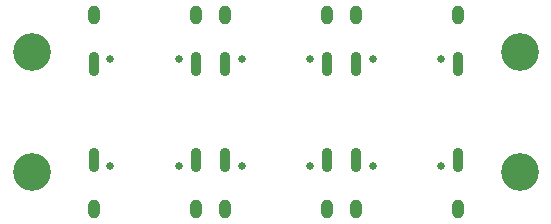
<source format=gbr>
%TF.GenerationSoftware,KiCad,Pcbnew,(6.0.11)*%
%TF.CreationDate,2023-04-18T11:05:53+02:00*%
%TF.ProjectId,FarmSupply,4661726d-5375-4707-906c-792e6b696361,rev?*%
%TF.SameCoordinates,Original*%
%TF.FileFunction,Soldermask,Bot*%
%TF.FilePolarity,Negative*%
%FSLAX46Y46*%
G04 Gerber Fmt 4.6, Leading zero omitted, Abs format (unit mm)*
G04 Created by KiCad (PCBNEW (6.0.11)) date 2023-04-18 11:05:53*
%MOMM*%
%LPD*%
G01*
G04 APERTURE LIST*
%ADD10C,0.650000*%
%ADD11O,0.900000X2.100000*%
%ADD12O,1.000000X1.600000*%
%ADD13C,3.200000*%
G04 APERTURE END LIST*
D10*
%TO.C,P1*%
X86010000Y-94710000D03*
X91790000Y-94710000D03*
D11*
X84580000Y-94210000D03*
D12*
X84580000Y-98390000D03*
X93220000Y-98390000D03*
D11*
X93220000Y-94210000D03*
%TD*%
D13*
%TO.C,H2*%
X120650000Y-85090000D03*
%TD*%
D10*
%TO.C,P5*%
X97130000Y-94710000D03*
X102910000Y-94710000D03*
D12*
X95700000Y-98390000D03*
D11*
X104340000Y-94210000D03*
D12*
X104340000Y-98390000D03*
D11*
X95700000Y-94210000D03*
%TD*%
D10*
%TO.C,P3*%
X114030000Y-85630000D03*
X108250000Y-85630000D03*
D11*
X106820000Y-86130000D03*
D12*
X115460000Y-81950000D03*
D11*
X115460000Y-86130000D03*
D12*
X106820000Y-81950000D03*
%TD*%
D13*
%TO.C,H1*%
X79375000Y-85090000D03*
%TD*%
%TO.C,H3*%
X120650000Y-95250000D03*
%TD*%
D10*
%TO.C,P2*%
X108250000Y-94710000D03*
X114030000Y-94710000D03*
D12*
X106820000Y-98390000D03*
X115460000Y-98390000D03*
D11*
X106820000Y-94210000D03*
X115460000Y-94210000D03*
%TD*%
D13*
%TO.C,H4*%
X79375000Y-95250000D03*
%TD*%
D10*
%TO.C,P4*%
X97130000Y-85630000D03*
X102910000Y-85630000D03*
D11*
X95700000Y-86130000D03*
D12*
X104340000Y-81950000D03*
X95700000Y-81950000D03*
D11*
X104340000Y-86130000D03*
%TD*%
D10*
%TO.C,P6*%
X86010000Y-85630000D03*
X91790000Y-85630000D03*
D12*
X84580000Y-81950000D03*
X93220000Y-81950000D03*
D11*
X93220000Y-86130000D03*
X84580000Y-86130000D03*
%TD*%
M02*

</source>
